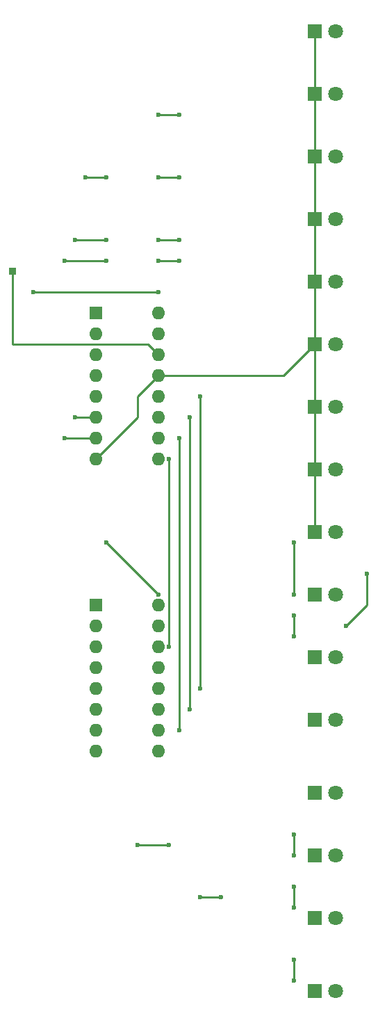
<source format=gbr>
G04 #@! TF.FileFunction,Copper,L2,Bot,Signal*
%FSLAX46Y46*%
G04 Gerber Fmt 4.6, Leading zero omitted, Abs format (unit mm)*
G04 Created by KiCad (PCBNEW 4.0.7) date 03/23/18 20:40:15*
%MOMM*%
%LPD*%
G01*
G04 APERTURE LIST*
%ADD10C,0.100000*%
%ADD11R,1.600000X1.600000*%
%ADD12O,1.600000X1.600000*%
%ADD13R,1.800000X1.800000*%
%ADD14C,1.800000*%
%ADD15R,0.850000X0.850000*%
%ADD16C,0.600000*%
%ADD17C,0.250000*%
G04 APERTURE END LIST*
D10*
D11*
X170180000Y-109220000D03*
D12*
X177800000Y-127000000D03*
X170180000Y-111760000D03*
X177800000Y-124460000D03*
X170180000Y-114300000D03*
X177800000Y-121920000D03*
X170180000Y-116840000D03*
X177800000Y-119380000D03*
X170180000Y-119380000D03*
X177800000Y-116840000D03*
X170180000Y-121920000D03*
X177800000Y-114300000D03*
X170180000Y-124460000D03*
X177800000Y-111760000D03*
X170180000Y-127000000D03*
X177800000Y-109220000D03*
D13*
X196850000Y-39370000D03*
D14*
X199390000Y-39370000D03*
D13*
X196850000Y-46990000D03*
D14*
X199390000Y-46990000D03*
D13*
X196850000Y-54610000D03*
D14*
X199390000Y-54610000D03*
D13*
X196850000Y-62230000D03*
D14*
X199390000Y-62230000D03*
D13*
X196850000Y-69850000D03*
D14*
X199390000Y-69850000D03*
D13*
X196850000Y-77470000D03*
D14*
X199390000Y-77470000D03*
D13*
X196850000Y-85090000D03*
D14*
X199390000Y-85090000D03*
D13*
X196850000Y-92710000D03*
D14*
X199390000Y-92710000D03*
D13*
X196850000Y-100330000D03*
D14*
X199390000Y-100330000D03*
D13*
X196850000Y-107950000D03*
D14*
X199390000Y-107950000D03*
D13*
X196850000Y-115570000D03*
D14*
X199390000Y-115570000D03*
D13*
X196850000Y-123190000D03*
D14*
X199390000Y-123190000D03*
D13*
X196850000Y-132080000D03*
D14*
X199390000Y-132080000D03*
D13*
X196850000Y-139700000D03*
D14*
X199390000Y-139700000D03*
D13*
X196850000Y-147320000D03*
D14*
X199390000Y-147320000D03*
D13*
X196850000Y-156210000D03*
D14*
X199390000Y-156210000D03*
D11*
X170180000Y-73660000D03*
D12*
X177800000Y-91440000D03*
X170180000Y-76200000D03*
X177800000Y-88900000D03*
X170180000Y-78740000D03*
X177800000Y-86360000D03*
X170180000Y-81280000D03*
X177800000Y-83820000D03*
X170180000Y-83820000D03*
X177800000Y-81280000D03*
X170180000Y-86360000D03*
X177800000Y-78740000D03*
X170180000Y-88900000D03*
X177800000Y-76200000D03*
X170180000Y-91440000D03*
X177800000Y-73660000D03*
D15*
X160020000Y-68580000D03*
D16*
X170180000Y-91440000D03*
X194310000Y-107950000D03*
X194310000Y-101600000D03*
X194310000Y-110490000D03*
X194310000Y-113030000D03*
X194310000Y-154940000D03*
X194310000Y-152400000D03*
X194310000Y-146050000D03*
X194310000Y-143510000D03*
X194310000Y-139700000D03*
X194310000Y-137160000D03*
X196850000Y-115570000D03*
X177800000Y-49530000D03*
X180340000Y-49530000D03*
X168910000Y-57150000D03*
X171450000Y-57150000D03*
X177800000Y-57150000D03*
X180340000Y-57150000D03*
X167640000Y-64770000D03*
X171450000Y-64770000D03*
X177800000Y-64770000D03*
X180340000Y-64770000D03*
X166370000Y-67310000D03*
X171450000Y-67310000D03*
X177800000Y-67310000D03*
X180340000Y-67310000D03*
X167640000Y-86360000D03*
X166370000Y-88900000D03*
X203200000Y-105410000D03*
X200660000Y-111760000D03*
X179070000Y-138430000D03*
X175260000Y-138430000D03*
X185420000Y-144780000D03*
X182880000Y-144780000D03*
X162560000Y-71120000D03*
X171450000Y-101600000D03*
X177800000Y-107950000D03*
X177800000Y-71120000D03*
X179070000Y-91440000D03*
X179070000Y-114300000D03*
X180340000Y-88900000D03*
X180340000Y-124460000D03*
X181610000Y-86360000D03*
X181610000Y-121920000D03*
X182880000Y-83820000D03*
X182880000Y-119380000D03*
D17*
X196850000Y-46990000D02*
X196850000Y-39370000D01*
X196850000Y-54610000D02*
X196850000Y-46990000D01*
X196850000Y-62230000D02*
X196850000Y-54610000D01*
X196850000Y-69850000D02*
X196850000Y-62230000D01*
X196850000Y-77470000D02*
X196850000Y-69850000D01*
X196850000Y-92710000D02*
X196850000Y-100330000D01*
X196850000Y-85090000D02*
X196850000Y-92710000D01*
X196850000Y-77470000D02*
X196850000Y-85090000D01*
X177800000Y-81280000D02*
X193040000Y-81280000D01*
X193040000Y-81280000D02*
X196850000Y-77470000D01*
X170180000Y-91440000D02*
X175260000Y-86360000D01*
X175260000Y-83820000D02*
X177800000Y-81280000D01*
X175260000Y-86360000D02*
X175260000Y-83820000D01*
X194310000Y-101600000D02*
X194310000Y-107950000D01*
X194310000Y-113030000D02*
X194310000Y-110490000D01*
X194310000Y-152400000D02*
X194310000Y-154940000D01*
X194310000Y-143510000D02*
X194310000Y-146050000D01*
X194310000Y-137160000D02*
X194310000Y-139700000D01*
X180340000Y-49530000D02*
X177800000Y-49530000D01*
X171450000Y-57150000D02*
X168910000Y-57150000D01*
X180340000Y-57150000D02*
X177800000Y-57150000D01*
X171450000Y-64770000D02*
X167640000Y-64770000D01*
X180340000Y-64770000D02*
X177800000Y-64770000D01*
X171450000Y-67310000D02*
X166370000Y-67310000D01*
X180340000Y-67310000D02*
X177800000Y-67310000D01*
X167640000Y-86360000D02*
X170180000Y-86360000D01*
X166370000Y-88900000D02*
X170180000Y-88900000D01*
X203200000Y-109220000D02*
X203200000Y-105410000D01*
X200660000Y-111760000D02*
X203200000Y-109220000D01*
X175260000Y-138430000D02*
X179070000Y-138430000D01*
X182880000Y-144780000D02*
X185420000Y-144780000D01*
X177800000Y-107950000D02*
X171450000Y-101600000D01*
X162560000Y-71120000D02*
X177800000Y-71120000D01*
X179070000Y-114300000D02*
X179070000Y-91440000D01*
X180340000Y-124460000D02*
X180340000Y-88900000D01*
X181610000Y-121920000D02*
X181610000Y-86360000D01*
X182880000Y-119380000D02*
X182880000Y-83820000D01*
X177800000Y-78740000D02*
X176530000Y-77470000D01*
X160020000Y-77470000D02*
X160020000Y-68580000D01*
X176530000Y-77470000D02*
X160020000Y-77470000D01*
M02*

</source>
